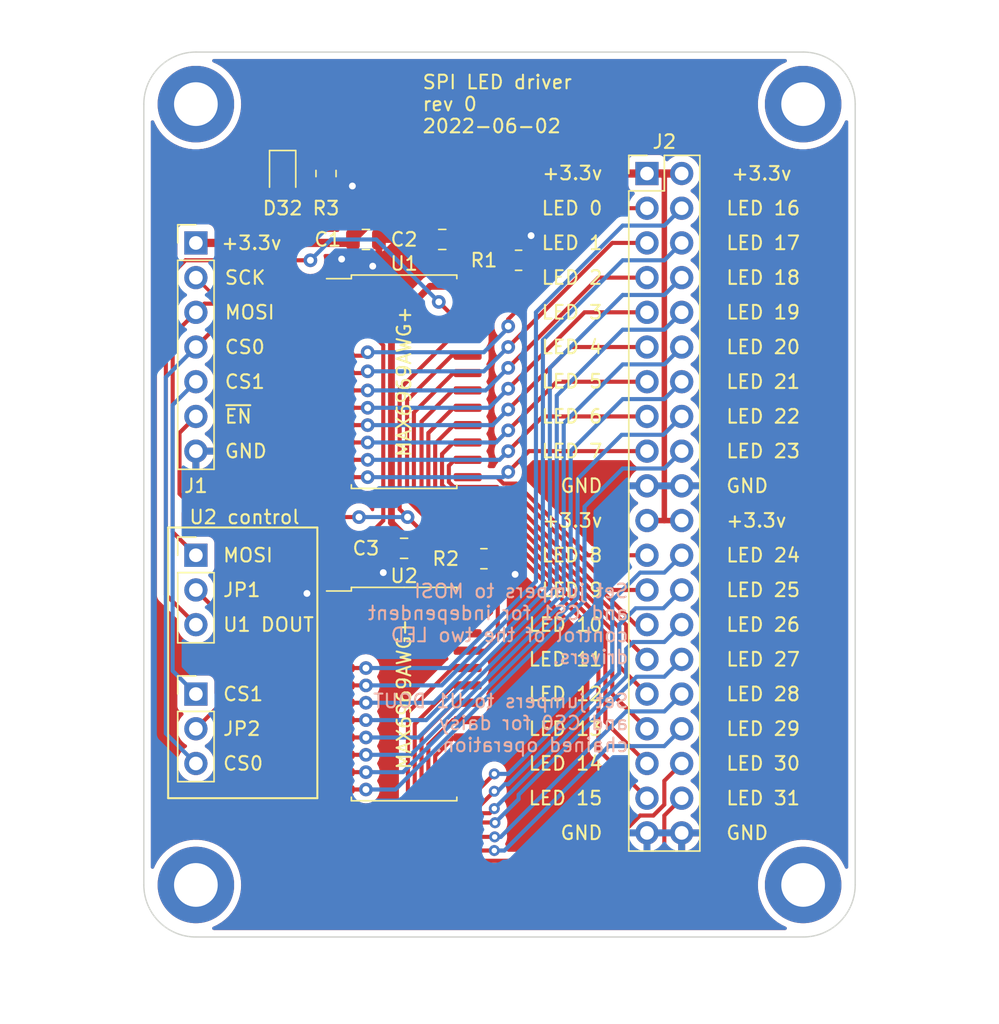
<source format=kicad_pcb>
(kicad_pcb (version 20211014) (generator pcbnew)
  (title_block (title "LED Breakout Board") (date "2022-06-02") (rev "0") (comment 2 "SPI LED Drivers") (comment 3 "Breakout board for prototyping hardware") (comment 4 "Drawn by: Jordan Aceto"))
  (layers (0 "F.Cu" signal) (31 "B.Cu" signal) (34 "B.Paste" user) (35 "F.Paste" user) (36 "B.SilkS" user "B.Silkscreen") (37 "F.SilkS" user "F.Silkscreen") (38 "B.Mask" user) (39 "F.Mask" user) (44 "Edge.Cuts" user))
  (net 0 "")
  (net 1 "/LED0")
  (net 2 "Net-(JP1-Pad2)")
  (net 3 "Net-(JP2-Pad2)")
  (net 4 "/LED1")
  (net 5 "/LED2")
  (net 6 "/LED3")
  (net 7 "/LED4")
  (net 8 "/LED5")
  (net 9 "/LED6")
  (net 10 "/LED7")
  (net 11 "/LED8")
  (net 12 "/LED9")
  (net 13 "/LED10")
  (net 14 "/LED11")
  (net 15 "/LED12")
  (net 16 "/LED13")
  (net 17 "/LED14")
  (net 18 "/LED15")
  (net 19 "/LED16")
  (net 20 "/LED17")
  (net 21 "/LED18")
  (net 22 "/LED19")
  (net 23 "/LED20")
  (net 24 "/LED21")
  (net 25 "/LED22")
  (net 26 "/LED23")
  (net 27 "/LED24")
  (net 28 "/LED25")
  (net 29 "/LED26")
  (net 30 "/LED27")
  (net 31 "/LED28")
  (net 32 "/LED29")
  (net 33 "/LED30")
  (net 34 "+3.3V")
  (net 35 "/LED31")
  (net 36 "Net-(D32-Pad1)")
  (net 37 "/SPI.SCLK")
  (net 38 "GND")
  (net 39 "/SPI.MOSI")
  (net 40 "/SPI.CS0")
  (net 41 "/~{ENABLE}")
  (net 42 "Net-(R1-Pad1)")
  (net 43 "Net-(R2-Pad1)")
  (net 44 "/U1_DOUT")
  (net 46 "/SPI.CS1")
  (footprint "Capacitor_SMD:C_0805_2012Metric" (layer "F.Cu") (at 147.413032 78.196979 180)
    (fp_text reference "C2")
    (fp_text value "100n")
  )
  (footprint "Resistor_SMD:R_0805_2012Metric" (layer "F.Cu") (at 153.001032 79.720979)
    (fp_text reference "R1")
    (fp_text value "R_led")
  )
  (footprint "MountingHole:MountingHole_3.2mm_M3_DIN965_Pad" (layer "F.Cu") (at 129.379032 125.440979)
    (fp_text reference "REF**" hide)
    (fp_text value "MountingHole_3.2mm_M3_DIN965_Pad")
  )
  (footprint "Connector_PinHeader_2.54mm:PinHeader_2x20_P2.54mm_Vertical" (layer "F.Cu") (at 162.399032 73.370979)
    (fp_text reference "J2")
    (fp_text value "LED_header")
  )
  (footprint "MountingHole:MountingHole_3.2mm_M3_DIN965_Pad" (layer "F.Cu") (at 173.829032 68.290979)
    (fp_text reference "REF**" hide)
    (fp_text value "MountingHole_3.2mm_M3_DIN965_Pad")
  )
  (footprint "Connector_PinHeader_2.54mm:PinHeader_1x07_P2.54mm_Vertical" (layer "F.Cu") (at 129.379032 78.450979)
    (fp_text reference "J1")
    (fp_text value "rpi_port")
  )
  (footprint "MountingHole:MountingHole_3.2mm_M3_DIN965_Pad" (layer "F.Cu") (at 173.829032 125.440979)
    (fp_text reference "REF**" hide)
    (fp_text value "MountingHole_3.2mm_M3_DIN965_Pad")
  )
  (footprint "Connector_PinHeader_2.54mm:PinHeader_1x03_P2.54mm_Vertical" (layer "F.Cu") (at 129.379032 101.310979)
    (fp_text reference "JP1")
    (fp_text value "U2_data_select")
  )
  (footprint "Capacitor_SMD:C_0805_2012Metric" (layer "F.Cu") (at 144.619032 100.802979 180)
    (fp_text reference "C3")
    (fp_text value "100n")
  )
  (footprint "Capacitor_SMD:C_0805_2012Metric" (layer "F.Cu") (at 141.825032 78.196979)
    (fp_text reference "C1")
    (fp_text value "10u")
  )
  (footprint "Package_SO:SOIC-24W_7.5x15.4mm_P1.27mm" (layer "F.Cu") (at 144.619032 88.610979)
    (fp_text reference "U1")
    (fp_text value "MAX6969AWG+")
  )
  (footprint "Package_SO:SOIC-24W_7.5x15.4mm_P1.27mm" (layer "F.Cu") (at 144.619032 111.470979)
    (fp_text reference "U2")
    (fp_text value "MAX6969AWG+")
  )
  (footprint "Resistor_SMD:R_0805_2012Metric" (layer "F.Cu") (at 138.904032 73.370979 -90)
    (fp_text reference "R3")
    (fp_text value "10k")
  )
  (footprint "LED_SMD:LED_0805_2012Metric" (layer "F.Cu") (at 135.729032 73.370979 -90)
    (fp_text reference "D32")
    (fp_text value "LED")
  )
  (footprint "Resistor_SMD:R_0805_2012Metric" (layer "F.Cu") (at 150.461032 101.564979)
    (fp_text reference "R2")
    (fp_text value "R_led")
  )
  (footprint "Connector_PinHeader_2.54mm:PinHeader_1x03_P2.54mm_Vertical" (layer "F.Cu") (at 129.379032 111.470979)
    (fp_text reference "JP2")
    (fp_text value "U2_CS_select")
  )
  (footprint "MountingHole:MountingHole_3.2mm_M3_DIN965_Pad" (layer "F.Cu") (at 129.379032 68.290979)
    (fp_text reference "REF**" hide)
    (fp_text value "MountingHole_3.2mm_M3_DIN965_Pad")
  )
  (gr_line (start 138.269032 99.278979) (end 138.269032 119.090979) (layer "F.SilkS") (width 0.15))
  (gr_line (start 127.347032 99.278979) (end 138.269032 99.278979) (layer "F.SilkS") (width 0.15))
  (gr_line (start 127.347032 119.090979) (end 127.347032 99.278979) (layer "F.SilkS") (width 0.15))
  (gr_line (start 138.269032 119.090979) (end 127.347032 119.090979) (layer "F.SilkS") (width 0.15))
  (gr_arc (start 173.829032 64.480979) (mid 176.523109 65.596902) (end 177.639032 68.290979) (layer "Edge.Cuts") (width 0.1))
  (gr_line (start 129.379029 129.250976) (end 173.82903 129.250977) (layer "Edge.Cuts") (width 0.1))
  (gr_line (start 125.569029 125.440976) (end 125.569031 68.290978) (layer "Edge.Cuts") (width 0.1))
  (gr_arc (start 177.639029 125.440979) (mid 176.523106 128.135054) (end 173.82903 129.250977) (layer "Edge.Cuts") (width 0.1))
  (gr_line (start 177.639029 125.440979) (end 177.639032 68.290979) (layer "Edge.Cuts") (width 0.1))
  (gr_arc (start 129.379029 129.250976) (mid 126.684955 128.135052) (end 125.569029 125.440976) (layer "Edge.Cuts") (width 0.1))
  (gr_arc (start 125.569031 68.290978) (mid 126.684954 65.596901) (end 129.379031 64.480978) (layer "Edge.Cuts") (width 0.1))
  (gr_line (start 129.379031 64.480979) (end 173.829032 64.48098) (layer "Edge.Cuts") (width 0.1))
  (gr_text "Set jumpers to MOSI\nand CS1 for independent\ncontrol of the two LED\ndrivers.\n\nSet jumpers to U1 DOUT\nand CS0 for daisy\nchained operation." (at 161.129032 109.565979) (layer "B.SilkS") (effects (font (size 1 1)) (justify left mirror)))
  (gr_text "GND" (at 131.411032 93.690979) (layer "F.SilkS") (effects (font (size 1 1)) (justify left)))
  (gr_text "+3.3v" (at 168.495032 73.370979) (layer "F.SilkS") (effects (font (size 1 1)) (justify left)))
  (gr_text "+3.3v" (at 159.224032 73.340979) (layer "F.SilkS") (effects (font (size 1 1)) (justify right)))
  (gr_text "LED 16" (at 168.114032 75.910979) (layer "F.SilkS") (effects (font (size 1 1)) (justify left)))
  (gr_text "~{EN}" (at 131.411032 91.150979) (layer "F.SilkS") (effects (font (size 1 1)) (justify left)))
  (gr_text "CS0" (at 131.284032 116.550979) (layer "F.SilkS") (effects (font (size 1 1)) (justify left)))
  (gr_text "+3.3v" (at 168.114032 98.770979) (layer "F.SilkS") (effects (font (size 1 1)) (justify left)))
  (gr_text "MOSI" (at 131.411032 83.530979) (layer "F.SilkS") (effects (font (size 1 1)) (justify left)))
  (gr_text "GND" (at 159.224032 121.630979) (layer "F.SilkS") (effects (font (size 1 1)) (justify right)))
  (gr_text "+3.3v" (at 159.224032 98.770979) (layer "F.SilkS") (effects (font (size 1 1)) (justify right)))
  (gr_text "LED 13" (at 159.224032 114.010979) (layer "F.SilkS") (effects (font (size 1 1)) (justify right)))
  (gr_text "SCK" (at 131.411032 80.990979) (layer "F.SilkS") (effects (font (size 1 1)) (justify left)))
  (gr_text "U2 control" (at 132.935032 98.516979) (layer "F.SilkS") (effects (font (size 1 1))))
  (gr_text "LED 21" (at 168.114032 88.610979) (layer "F.SilkS") (effects (font (size 1 1)) (justify left)))
  (gr_text "LED 4" (at 159.224032 86.070979) (layer "F.SilkS") (effects (font (size 1 1)) (justify right)))
  (gr_text "MAX6969AWG+" (at 144.619032 111.470979 90) (layer "F.SilkS") (effects (font (size 1 1))))
  (gr_text "SPI LED driver\nrev 0\n2022-06-02" (at 145.889032 68.290979) (layer "F.SilkS") (effects (font (size 1 1)) (justify left)))
  (gr_text "LED 0" (at 159.224032 75.910979) (layer "F.SilkS") (effects (font (size 1 1)) (justify right)))
  (gr_text "U1 DOUT" (at 131.284032 106.390979) (layer "F.SilkS") (effects (font (size 1 1)) (justify left)))
  (gr_text "LED 15" (at 159.224032 119.090979) (layer "F.SilkS") (effects (font (size 1 1)) (justify right)))
  (gr_text "LED 18" (at 168.114032 80.990979) (layer "F.SilkS") (effects (font (size 1 1)) (justify left)))
  (gr_text "LED 7" (at 159.224032 93.690979) (layer "F.SilkS") (effects (font (size 1 1)) (justify right)))
  (gr_text "LED 22" (at 168.114032 91.150979) (layer "F.SilkS") (effects (font (size 1 1)) (justify left)))
  (gr_text "LED 5" (at 159.224032 88.582116) (layer "F.SilkS") (effects (font (size 1 1)) (justify right)))
  (gr_text "GND" (at 168.114032 121.630979) (layer "F.SilkS") (effects (font (size 1 1)) (justify left)))
  (gr_text "CS1" (at 131.411032 88.610979) (layer "F.SilkS") (effects (font (size 1 1)) (justify left)))
  (gr_text "LED 24" (at 168.114032 101.310979) (layer "F.SilkS") (effects (font (size 1 1)) (justify left)))
  (gr_text "LED 8" (at 159.224032 101.310979) (layer "F.SilkS") (effects (font (size 1 1)) (justify right)))
  (gr_text "LED 28" (at 168.114032 111.470979) (layer "F.SilkS") (effects (font (size 1 1)) (justify left)))
  (gr_text "LED 9" (at 159.224032 103.850979) (layer "F.SilkS") (effects (font (size 1 1)) (justify right)))
  (gr_text "LED 19" (at 168.114032 83.530979) (layer "F.SilkS") (effects (font (size 1 1)) (justify left)))
  (gr_text "LED 23" (at 168.114032 93.690979) (layer "F.SilkS") (effects (font (size 1 1)) (justify left)))
  (gr_text "CS1" (at 131.284032 111.470979) (layer "F.SilkS") (effects (font (size 1 1)) (justify left)))
  (gr_text "LED 27" (at 168.114032 108.930979) (layer "F.SilkS") (effects (font (size 1 1)) (justify left)))
  (gr_text "LED 12" (at 159.224032 111.470979) (layer "F.SilkS") (effects (font (size 1 1)) (justify right)))
  (gr_text "CS0" (at 131.411032 86.070979) (layer "F.SilkS") (effects (font (size 1 1)) (justify left)))
  (gr_text "GND" (at 168.114032 96.230979) (layer "F.SilkS") (effects (font (size 1 1)) (justify left)))
  (gr_text "LED 29" (at 168.114032 114.010979) (layer "F.SilkS") (effects (font (size 1 1)) (justify left)))
  (gr_text "LED 11" (at 159.224032 108.930979) (layer "F.SilkS") (effects (font (size 1 1)) (justify right)))
  (gr_text "LED 2" (at 159.224032 80.990979) (layer "F.SilkS") (effects (font (size 1 1)) (justify right)))
  (gr_text "LED 1" (at 159.224032 78.450979) (layer "F.SilkS") (effects (font (size 1 1)) (justify right)))
  (gr_text "MOSI" (at 131.284032 101.310979) (layer "F.SilkS") (effects (font (size 1 1)) (justify left)))
  (gr_text "LED 17" (at 168.114032 78.450979) (layer "F.SilkS") (effects (font (size 1 1)) (justify left)))
  (gr_text "LED 20" (at 168.114032 86.070979) (layer "F.SilkS") (effects (font (size 1 1)) (justify left)))
  (gr_text "+3.3v" (at 131.157032 78.450979) (layer "F.SilkS") (effects (font (size 1 1)) (justify left)))
  (gr_text "LED 10" (at 159.224032 106.390979) (layer "F.SilkS") (effects (font (size 1 1)) (justify right)))
  (gr_text "MAX6969AWG+" (at 144.619032 88.610979 90) (layer "F.SilkS") (effects (font (size 1 1))))
  (gr_text "LED 6" (at 159.224032 91.150979) (layer "F.SilkS") (effects (font (size 1 1)) (justify right)))
  (gr_text "LED 26" (at 168.114032 106.390979) (layer "F.SilkS") (effects (font (size 1 1)) (justify left)))
  (gr_text "LED 25" (at 168.114032 103.850979) (layer "F.SilkS") (effects (font (size 1 1)) (justify left)))
  (gr_text "LED 14" (at 159.224032 116.550979) (layer "F.SilkS") (effects (font (size 1 1)) (justify right)))
  (gr_text "LED 3" (at 159.224032 83.530979) (layer "F.SilkS") (effects (font (size 1 1)) (justify right)))
  (gr_text "LED 30" (at 168.114032 116.550979) (layer "F.SilkS") (effects (font (size 1 1)) (justify left)))
  (gr_text "LED 31" (at 168.114032 119.090979) (layer "F.SilkS") (effects (font (size 1 1)) (justify left)))
  (gr_text "GND" (at 159.224032 96.230979) (layer "F.SilkS") (effects (font (size 1 1)) (justify right)))
  (segment (start 160.367032 75.910979) (end 152.239032 84.038979) (width 0.3) (layer "F.Cu") (net 1))
  (segment (start 162.399032 75.910979) (end 160.367032 75.910979) (width 0.3) (layer "F.Cu") (net 1))
  (segment (start 152.239032 84.038979) (end 152.239032 84.546979) (width 0.3) (layer "F.Cu") (net 1))
  (segment (start 139.969032 86.705979) (end 141.698032 86.705979) (width 0.3) (layer "F.Cu") (net 1))
  (segment (start 141.698032 86.705979) (end 141.952032 86.451979) (width 0.3) (layer "F.Cu") (net 1))
  (via (at 152.239032 84.546979) (size 1) (drill 0.5) (layers "F.Cu" "B.Cu") (net 1))
  (via (at 141.952032 86.451979) (size 1) (drill 0.5) (layers "F.Cu" "B.Cu") (net 1))
  (segment (start 152.239032 84.673979) (end 152.239032 84.546979) (width 0.3) (layer "B.Cu") (net 1))
  (segment (start 150.461032 86.451979) (end 152.239032 84.673979) (width 0.3) (layer "B.Cu") (net 1))
  (segment (start 141.952032 86.451979) (end 150.461032 86.451979) (width 0.3) (layer "B.Cu") (net 1))
  (segment (start 139.969032 105.755979) (end 131.284032 105.755979) (width 0.3) (layer "F.Cu") (net 2))
  (segment (start 131.284032 105.755979) (end 129.379032 103.850979) (width 0.3) (layer "F.Cu") (net 2))
  (segment (start 135.094032 108.295979) (end 129.379032 114.010979) (width 0.3) (layer "F.Cu") (net 3))
  (segment (start 139.969032 108.295979) (end 135.094032 108.295979) (width 0.3) (layer "F.Cu") (net 3))
  (segment (start 139.969032 87.975979) (end 141.825032 87.975979) (width 0.3) (layer "F.Cu") (net 4))
  (segment (start 162.399032 78.450979) (end 159.859032 78.450979) (width 0.3) (layer "F.Cu") (net 4))
  (segment (start 141.825032 87.975979) (end 141.952032 87.848979) (width 0.3) (layer "F.Cu") (net 4))
  (segment (start 159.859032 78.450979) (end 152.239032 86.070979) (width 0.3) (layer "F.Cu") (net 4))
  (via (at 141.952032 87.848979) (size 1) (drill 0.5) (layers "F.Cu" "B.Cu") (net 4))
  (via (at 152.239032 86.070979) (size 1) (drill 0.5) (layers "F.Cu" "B.Cu") (net 4))
  (segment (start 141.952032 87.848979) (end 150.461032 87.848979) (width 0.3) (layer "B.Cu") (net 4))
  (segment (start 150.461032 87.848979) (end 152.239032 86.070979) (width 0.3) (layer "B.Cu") (net 4))
  (segment (start 139.969032 89.245979) (end 141.952032 89.245979) (width 0.3) (layer "F.Cu") (net 5))
  (segment (start 158.843032 80.990979) (end 152.239032 87.594979) (width 0.3) (layer "F.Cu") (net 5))
  (segment (start 162.399032 80.990979) (end 158.843032 80.990979) (width 0.3) (layer "F.Cu") (net 5))
  (via (at 141.952032 89.245979) (size 1) (drill 0.5) (layers "F.Cu" "B.Cu") (net 5))
  (via (at 152.239032 87.594979) (size 1) (drill 0.5) (layers "F.Cu" "B.Cu") (net 5))
  (segment (start 150.588032 89.245979) (end 152.239032 87.594979) (width 0.3) (layer "B.Cu") (net 5))
  (segment (start 141.952032 89.245979) (end 150.588032 89.245979) (width 0.3) (layer "B.Cu") (net 5))
  (segment (start 162.399032 83.530979) (end 157.827032 83.530979) (width 0.3) (layer "F.Cu") (net 6))
  (segment (start 157.827032 83.530979) (end 152.239032 89.118979) (width 0.3) (layer "F.Cu") (net 6))
  (segment (start 139.969032 90.515979) (end 141.952032 90.515979) (width 0.3) (layer "F.Cu") (net 6))
  (via (at 141.952032 90.515979) (size 1) (drill 0.5) (layers "F.Cu" "B.Cu") (net 6))
  (via (at 152.239032 89.118979) (size 1) (drill 0.5) (layers "F.Cu" "B.Cu") (net 6))
  (segment (start 150.842032 90.515979) (end 152.239032 89.118979) (width 0.3) (layer "B.Cu") (net 6))
  (segment (start 141.952032 90.515979) (end 150.842032 90.515979) (width 0.3) (layer "B.Cu") (net 6))
  (segment (start 162.399032 86.070979) (end 156.811032 86.070979) (width 0.3) (layer "F.Cu") (net 7))
  (segment (start 139.969032 91.785979) (end 141.952032 91.785979) (width 0.3) (layer "F.Cu") (net 7))
  (segment (start 156.811032 86.070979) (end 152.239032 90.642979) (width 0.3) (layer "F.Cu") (net 7))
  (via (at 141.952032 91.785979) (size 1) (drill 0.5) (layers "F.Cu" "B.Cu") (net 7))
  (via (at 152.239032 90.642979) (size 1) (drill 0.5) (layers "F.Cu" "B.Cu") (net 7))
  (segment (start 151.096032 91.785979) (end 152.239032 90.642979) (width 0.3) (layer "B.Cu") (net 7))
  (segment (start 141.952032 91.785979) (end 151.096032 91.785979) (width 0.3) (layer "B.Cu") (net 7))
  (segment (start 162.399032 88.610979) (end 155.795032 88.610979) (width 0.3) (layer "F.Cu") (net 8))
  (segment (start 155.795032 88.610979) (end 152.239032 92.166979) (width 0.3) (layer "F.Cu") (net 8))
  (segment (start 139.969032 93.055979) (end 141.952032 93.055979) (width 0.3) (layer "F.Cu") (net 8))
  (via (at 141.952032 93.055979) (size 1) (drill 0.5) (layers "F.Cu" "B.Cu") (net 8))
  (via (at 152.239032 92.166979) (size 1) (drill 0.5) (layers "F.Cu" "B.Cu") (net 8))
  (segment (start 151.350032 93.055979) (end 152.239032 92.166979) (width 0.3) (layer "B.Cu") (net 8))
  (segment (start 141.952032 93.055979) (end 151.350032 93.055979) (width 0.3) (layer "B.Cu") (net 8))
  (segment (start 162.399032 91.150979) (end 154.779032 91.150979) (width 0.3) (layer "F.Cu") (net 9))
  (segment (start 154.779032 91.150979) (end 152.239032 93.690979) (width 0.3) (layer "F.Cu") (net 9))
  (segment (start 139.969032 94.325979) (end 141.952032 94.325979) (width 0.3) (layer "F.Cu") (net 9))
  (via (at 141.952032 94.325979) (size 1) (drill 0.5) (layers "F.Cu" "B.Cu") (net 9))
  (via (at 152.239032 93.690979) (size 1) (drill 0.5) (layers "F.Cu" "B.Cu") (net 9))
  (segment (start 141.952032 94.325979) (end 151.604032 94.325979) (width 0.3) (layer "B.Cu") (net 9))
  (segment (start 151.604032 94.325979) (end 152.239032 93.690979) (width 0.3) (layer "B.Cu") (net 9))
  (segment (start 153.763032 93.690979) (end 152.239032 95.214979) (width 0.3) (layer "F.Cu") (net 10))
  (segment (start 162.399032 93.690979) (end 153.763032 93.690979) (width 0.3) (layer "F.Cu") (net 10))
  (segment (start 139.969032 95.595979) (end 141.952032 95.595979) (width 0.3) (layer "F.Cu") (net 10))
  (via (at 141.952032 95.595979) (size 1) (drill 0.5) (layers "F.Cu" "B.Cu") (net 10))
  (via (at 152.239032 95.214979) (size 1) (drill 0.5) (layers "F.Cu" "B.Cu") (net 10))
  (segment (start 141.952032 95.595979) (end 151.858032 95.595979) (width 0.3) (layer "B.Cu") (net 10))
  (segment (start 151.858032 95.595979) (end 152.239032 95.214979) (width 0.3) (layer "B.Cu") (net 10))
  (segment (start 152.834533 96.06448) (end 158.081032 101.310979) (width 0.3) (layer "F.Cu") (net 11))
  (segment (start 151.418655 95.595979) (end 151.887156 96.06448) (width 0.3) (layer "F.Cu") (net 11))
  (segment (start 149.269032 95.595979) (end 151.418655 95.595979) (width 0.3) (layer "F.Cu") (net 11))
  (segment (start 158.081032 101.310979) (end 162.399032 101.310979) (width 0.3) (layer "F.Cu") (net 11))
  (segment (start 151.887156 96.06448) (end 152.834533 96.06448) (width 0.3) (layer "F.Cu") (net 11))
  (segment (start 147.894512 95.952886) (end 148.251617 96.309991) (width 0.3) (layer "F.Cu") (net 12))
  (segment (start 151.680252 96.563991) (end 152.627628 96.563991) (width 0.3) (layer "F.Cu") (net 12))
  (segment (start 159.914616 103.850979) (end 162.399032 103.850979) (width 0.3) (layer "F.Cu") (net 12))
  (segment (start 152.627628 96.563991) (end 159.914616 103.850979) (width 0.3) (layer "F.Cu") (net 12))
  (segment (start 151.426251 96.309991) (end 151.680252 96.563991) (width 0.3) (layer "F.Cu") (net 12))
  (segment (start 148.327432 94.325979) (end 147.894512 94.758899) (width 0.3) (layer "F.Cu") (net 12))
  (segment (start 149.269032 94.325979) (end 148.327432 94.325979) (width 0.3) (layer "F.Cu") (net 12))
  (segment (start 147.894512 94.758899) (end 147.894512 95.952886) (width 0.3) (layer "F.Cu") (net 12))
  (segment (start 148.251617 96.309991) (end 151.426251 96.309991) (width 0.3) (layer "F.Cu") (net 12))
  (segment (start 149.269032 93.055979) (end 148.244021 93.055979) (width 0.3) (layer "F.Cu") (net 13))
  (segment (start 148.044712 96.809502) (end 151.219347 96.809502) (width 0.3) (layer "F.Cu") (net 13))
  (segment (start 148.244021 93.055979) (end 147.395001 93.904999) (width 0.3) (layer "F.Cu") (net 13))
  (segment (start 151.219347 96.809502) (end 151.473346 97.063502) (width 0.3) (layer "F.Cu") (net 13))
  (segment (start 147.395001 93.904999) (end 147.395001 96.15979) (width 0.3) (layer "F.Cu") (net 13))
  (segment (start 161.562823 106.390979) (end 162.399032 106.390979) (width 0.3) (layer "F.Cu") (net 13))
  (segment (start 152.235346 97.063502) (end 161.562823 106.390979) (width 0.3) (layer "F.Cu") (net 13))
  (segment (start 147.395001 96.15979) (end 148.044712 96.809502) (width 0.3) (layer "F.Cu") (net 13))
  (segment (start 151.473346 97.063502) (end 152.235346 97.063502) (width 0.3) (layer "F.Cu") (net 13))
  (segment (start 147.837807 97.309012) (end 146.89549 96.366694) (width 0.3) (layer "F.Cu") (net 14))
  (segment (start 151.012442 97.309013) (end 147.837807 97.309012) (width 0.3) (layer "F.Cu") (net 14))
  (segment (start 151.266441 97.563013) (end 151.012442 97.309013) (width 0.3) (layer "F.Cu") (net 14))
  (segment (start 146.89549 93.141721) (end 148.251232 91.785979) (width 0.3) (layer "F.Cu") (net 14))
  (segment (start 160.875032 106.409604) (end 152.028441 97.563013) (width 0.3) (layer "F.Cu") (net 14))
  (segment (start 152.028441 97.563013) (end 151.266441 97.563013) (width 0.3) (layer "F.Cu") (net 14))
  (segment (start 148.251232 91.785979) (end 149.269032 91.785979) (width 0.3) (layer "F.Cu") (net 14))
  (segment (start 162.399032 108.930979) (end 160.875032 107.406979) (width 0.3) (layer "F.Cu") (net 14))
  (segment (start 160.875032 107.406979) (end 160.875032 106.409604) (width 0.3) (layer "F.Cu") (net 14))
  (segment (start 146.89549 96.366694) (end 146.89549 93.141721) (width 0.3) (layer "F.Cu") (net 14))
  (segment (start 146.395979 92.364021) (end 148.244021 90.515979) (width 0.3) (layer "F.Cu") (net 15))
  (segment (start 160.367032 106.60802) (end 151.821536 98.062524) (width 0.3) (layer "F.Cu") (net 15))
  (segment (start 160.367032 109.438979) (end 160.367032 106.60802) (width 0.3) (layer "F.Cu") (net 15))
  (segment (start 146.395979 96.573598) (end 146.395979 92.364021) (width 0.3) (layer "F.Cu") (net 15))
  (segment (start 150.805537 97.808524) (end 147.630902 97.808522) (width 0.3) (layer "F.Cu") (net 15))
  (segment (start 147.630902 97.808522) (end 146.395979 96.573598) (width 0.3) (layer "F.Cu") (net 15))
  (segment (start 151.821536 98.062524) (end 151.059536 98.062524) (width 0.3) (layer "F.Cu") (net 15))
  (segment (start 148.244021 90.515979) (end 149.269032 90.515979) (width 0.3) (layer "F.Cu") (net 15))
  (segment (start 162.399032 111.470979) (end 160.367032 109.438979) (width 0.3) (layer "F.Cu") (net 15))
  (segment (start 151.059536 98.062524) (end 150.805537 97.808524) (width 0.3) (layer "F.Cu") (net 15))
  (segment (start 145.896468 91.524543) (end 145.896468 96.780502) (width 0.3) (layer "F.Cu") (net 16))
  (segment (start 151.614631 98.562035) (end 159.859032 106.806436) (width 0.3) (layer "F.Cu") (net 16))
  (segment (start 145.896468 96.780502) (end 147.424001 98.308035) (width 0.3) (layer "F.Cu") (net 16))
  (segment (start 159.859032 111.470979) (end 162.399032 114.010979) (width 0.3) (layer "F.Cu") (net 16))
  (segment (start 147.424001 98.308035) (end 150.598632 98.308035) (width 0.3) (layer "F.Cu") (net 16))
  (segment (start 148.175032 89.245979) (end 145.896468 91.524543) (width 0.3) (layer "F.Cu") (net 16))
  (segment (start 150.852632 98.562035) (end 151.614631 98.562035) (width 0.3) (layer "F.Cu") (net 16))
  (segment (start 150.598632 98.308035) (end 150.852632 98.562035) (width 0.3) (layer "F.Cu") (net 16))
  (segment (start 159.859032 106.806436) (end 159.859032 111.470979) (width 0.3) (layer "F.Cu") (net 16))
  (segment (start 149.269032 89.245979) (end 148.175032 89.245979) (width 0.3) (layer "F.Cu") (net 16))
  (segment (start 145.337054 96.949001) (end 145.337054 90.864757) (width 0.3) (layer "F.Cu") (net 17))
  (segment (start 150.391727 98.807546) (end 147.195599 98.807546) (width 0.3) (layer "F.Cu") (net 17))
  (segment (start 147.195599 98.807546) (end 145.337054 96.949001) (width 0.3) (layer "F.Cu") (net 17))
  (segment (start 145.337054 90.864757) (end 148.225832 87.975979) (width 0.3) (layer "F.Cu") (net 17))
  (segment (start 150.645727 99.061546) (end 150.391727 98.807546) (width 0.3) (layer "F.Cu") (net 17))
  (segment (start 151.407726 99.061546) (end 150.645727 99.061546) (width 0.3) (layer "F.Cu") (net 17))
  (segment (start 148.225832 87.975979) (end 149.269032 87.975979) (width 0.3) (layer "F.Cu") (net 17))
  (segment (start 159.351032 113.502979) (end 159.351032 107.004852) (width 0.3) (layer "F.Cu") (net 17))
  (segment (start 162.399032 116.550979) (end 159.351032 113.502979) (width 0.3) (layer "F.Cu") (net 17))
  (segment (start 159.351032 107.004852) (end 151.407726 99.061546) (width 0.3) (layer "F.Cu") (net 17))
  (segment (start 144.837543 97.21149) (end 144.837543 89.967268) (width 0.3) (layer "F.Cu") (net 18))
  (segment (start 144.837543 89.967268) (end 148.098832 86.705979) (width 0.3) (layer "F.Cu") (net 18))
  (segment (start 151.200821 99.561057) (end 150.438822 99.561057) (width 0.3) (layer "F.Cu") (net 18))
  (segment (start 150.207545 99.329779) (end 146.955832 99.329779) (width 0.3) (layer "F.Cu") (net 18))
  (segment (start 146.955832 99.329779) (end 144.837543 97.21149) (width 0.3) (layer "F.Cu") (net 18))
  (segment (start 148.098832 86.705979) (end 149.269032 86.705979) (width 0.3) (layer "F.Cu") (net 18))
  (segment (start 162.399032 119.090979) (end 158.843032 115.534979) (width 0.3) (layer "F.Cu") (net 18))
  (segment (start 158.843032 107.203268) (end 151.200821 99.561057) (width 0.3) (layer "F.Cu") (net 18))
  (segment (start 158.843032 115.534979) (end 158.843032 107.203268) (width 0.3) (layer "F.Cu") (net 18))
  (segment (start 150.438822 99.561057) (end 150.207545 99.329779) (width 0.3) (layer "F.Cu") (net 18))
  (segment (start 139.969032 109.565979) (end 141.825032 109.565979) (width 0.3) (layer "F.Cu") (net 19))
  (via (at 141.825032 109.565979) (size 1) (drill 0.5) (layers "F.Cu" "B.Cu") (net 19))
  (segment (start 147.92912 109.565979) (end 154.271032 103.224067) (width 0.3) (layer "B.Cu") (net 19))
  (segment (start 163.669032 77.180979) (end 164.939032 75.910979) (width 0.3) (layer "B.Cu") (net 19))
  (segment (start 160.621032 77.180979) (end 163.669032 77.180979) (width 0.3) (layer "B.Cu") (net 19))
  (segment (start 154.271032 103.224067) (end 154.271032 83.530979) (width 0.3) (layer "B.Cu") (net 19))
  (segment (start 154.271032 83.530979) (end 160.621032 77.180979) (width 0.3) (layer "B.Cu") (net 19))
  (segment (start 141.825032 109.565979) (end 147.92912 109.565979) (width 0.3) (layer "B.Cu") (net 19))
  (segment (start 139.969032 110.835979) (end 141.825032 110.835979) (width 0.3) (layer "F.Cu") (net 20))
  (via (at 141.825032 110.835979) (size 1) (drill 0.5) (layers "F.Cu" "B.Cu") (net 20))
  (segment (start 160.621032 79.720979) (end 163.669032 79.720979) (width 0.3) (layer "B.Cu") (net 20))
  (segment (start 154.779032 85.562979) (end 160.621032 79.720979) (width 0.3) (layer "B.Cu") (net 20))
  (segment (start 147.365536 110.835979) (end 154.779032 103.422483) (width 0.3) (layer "B.Cu") (net 20))
  (segment (start 154.779032 103.422483) (end 154.779032 85.562979) (width 0.3) (layer "B.Cu") (net 20))
  (segment (start 141.825032 110.835979) (end 147.365536 110.835979) (width 0.3) (layer "B.Cu") (net 20))
  (segment (start 163.669032 79.720979) (end 164.939032 78.450979) (width 0.3) (layer "B.Cu") (net 20))
  (segment (start 139.969032 112.105979) (end 141.825032 112.105979) (width 0.3) (layer "F.Cu") (net 21))
  (via (at 141.825032 112.105979) (size 1) (drill 0.5) (layers "F.Cu" "B.Cu") (net 21))
  (segment (start 155.287032 87.594979) (end 160.621032 82.260979) (width 0.3) (layer "B.Cu") (net 21))
  (segment (start 155.295521 103.61241) (end 155.295521 95.903834) (width 0.3) (layer "B.Cu") (net 21))
  (segment (start 141.825032 112.105979) (end 146.801952 112.105979) (width 0.3) (layer "B.Cu") (net 21))
  (segment (start 146.801952 112.105979) (end 155.295521 103.61241) (width 0.3) (layer "B.Cu") (net 21))
  (segment (start 163.669032 82.260979) (end 164.939032 80.990979) (width 0.3) (layer "B.Cu") (net 21))
  (segment (start 155.295521 95.903834) (end 155.287032 95.895345) (width 0.3) (layer "B.Cu") (net 21))
  (segment (start 155.287032 95.895345) (end 155.287032 87.594979) (width 0.3) (layer "B.Cu") (net 21))
  (segment (start 160.621032 82.260979) (end 163.669032 82.260979) (width 0.3) (layer "B.Cu") (net 21))
  (segment (start 139.969032 113.375979) (end 141.825032 113.375979) (width 0.3) (layer "F.Cu") (net 22))
  (via (at 141.825032 113.375979) (size 1) (drill 0.5) (layers "F.Cu" "B.Cu") (net 22))
  (segment (start 146.238368 113.375979) (end 155.795032 103.819315) (width 0.3) (layer "B.Cu") (net 22))
  (segment (start 155.795032 103.819315) (end 155.795032 89.626979) (width 0.3) (layer "B.Cu") (net 22))
  (segment (start 160.621032 84.800979) (end 163.669032 84.800979) (width 0.3) (layer "B.Cu") (net 22))
  (segment (start 163.669032 84.800979) (end 164.939032 83.530979) (width 0.3) (layer "B.Cu") (net 22))
  (segment (start 155.795032 89.626979) (end 160.621032 84.800979) (width 0.3) (layer "B.Cu") (net 22))
  (segment (start 141.825032 113.375979) (end 146.238368 113.375979) (width 0.3) (layer "B.Cu") (net 22))
  (segment (start 139.969032 114.645979) (end 141.825032 114.645979) (width 0.3) (layer "F.Cu") (net 23))
  (via (at 141.825032 114.645979) (size 1) (drill 0.5) (layers "F.Cu" "B.Cu") (net 23))
  (segment (start 163.669032 87.340979) (end 164.939032 86.070979) (width 0.3) (layer "B.Cu") (net 23))
  (segment (start 145.674784 114.645979) (end 156.303032 104.017731) (width 0.3) (layer "B.Cu") (net 23))
  (segment (start 160.621032 87.340979) (end 163.669032 87.340979) (width 0.3) (layer "B.Cu") (net 23))
  (segment (start 141.825032 114.645979) (end 145.674784 114.645979) (width 0.3) (layer "B.Cu") (net 23))
  (segment (start 156.303032 104.017731) (end 156.303032 91.658979) (width 0.3) (layer "B.Cu") (net 23))
  (segment (start 156.303032 91.658979) (end 160.621032 87.340979) (width 0.3) (layer "B.Cu") (net 23))
  (segment (start 139.969032 115.915979) (end 141.825032 115.915979) (width 0.3) (layer "F.Cu") (net 24))
  (via (at 141.825032 115.915979) (size 1) (drill 0.5) (layers "F.Cu" "B.Cu") (net 24))
  (segment (start 156.811032 104.216147) (end 156.811032 93.690979) (width 0.3) (layer "B.Cu") (net 24))
  (segment (start 145.1112 115.915979) (end 156.811032 104.216147) (width 0.3) (layer "B.Cu") (net 24))
  (segment (start 156.811032 93.690979) (end 160.621032 89.880979) (width 0.3) (layer "B.Cu") (net 24))
  (segment (start 160.621032 89.880979) (end 163.669032 89.880979) (width 0.3) (layer "B.Cu") (net 24))
  (segment (start 163.669032 89.880979) (end 164.939032 88.610979) (width 0.3) (layer "B.Cu") (net 24))
  (segment (start 141.825032 115.915979) (end 145.1112 115.915979) (width 0.3) (layer "B.Cu") (net 24))
  (segment (start 139.969032 117.185979) (end 141.825032 117.185979) (width 0.3) (layer "F.Cu") (net 25))
  (via (at 141.825032 117.185979) (size 1) (drill 0.5) (layers "F.Cu" "B.Cu") (net 25))
  (segment (start 144.547616 117.185979) (end 157.319032 104.414563) (width 0.3) (layer "B.Cu") (net 25))
  (segment (start 157.319032 95.722979) (end 160.550543 92.491468) (width 0.3) (layer "B.Cu") (net 25))
  (segment (start 163.598543 92.491468) (end 164.939032 91.150979) (width 0.3) (layer "B.Cu") (net 25))
  (segment (start 157.319032 104.414563) (end 157.319032 95.722979) (width 0.3) (layer "B.Cu") (net 25))
  (segment (start 141.825032 117.185979) (end 144.547616 117.185979) (width 0.3) (layer "B.Cu") (net 25))
  (segment (start 160.550543 92.491468) (end 163.598543 92.491468) (width 0.3) (layer "B.Cu") (net 25))
  (segment (start 139.969032 118.455979) (end 141.825032 118.455979) (width 0.3) (layer "F.Cu") (net 26))
  (via (at 141.825032 118.455979) (size 1) (drill 0.5) (layers "F.Cu" "B.Cu") (net 26))
  (segment (start 163.669032 94.960979) (end 164.939032 93.690979) (width 0.3) (layer "B.Cu") (net 26))
  (segment (start 157.827032 97.754979) (end 160.621032 94.960979) (width 0.3) (layer "B.Cu") (net 26))
  (segment (start 141.825032 118.455979) (end 143.984032 118.455979) (width 0.3) (layer "B.Cu") (net 26))
  (segment (start 143.984032 118.455979) (end 157.827032 104.612979) (width 0.3) (layer "B.Cu") (net 26))
  (segment (start 157.827032 104.612979) (end 157.827032 97.754979) (width 0.3) (layer "B.Cu") (net 26))
  (segment (start 160.621032 94.960979) (end 163.669032 94.960979) (width 0.3) (layer "B.Cu") (net 26))
  (segment (start 150.080032 118.455979) (end 151.223032 117.312979) (width 0.3) (layer "F.Cu") (net 27))
  (segment (start 149.269032 118.455979) (end 150.080032 118.455979) (width 0.3) (layer "F.Cu") (net 27))
  (via (at 151.223032 117.312979) (size 0.8) (drill 0.4) (layers "F.Cu" "B.Cu") (net 27))
  (segment (start 159.859032 104.612979) (end 161.891032 102.580979) (width 0.3) (layer "B.Cu") (net 27))
  (segment (start 152.239032 117.312979) (end 159.859032 109.692979) (width 0.3) (layer "B.Cu") (net 27))
  (segment (start 163.669032 102.580979) (end 164.939032 101.310979) (width 0.3) (layer "B.Cu") (net 27))
  (segment (start 161.891032 102.580979) (end 163.669032 102.580979) (width 0.3) (layer "B.Cu") (net 27))
  (segment (start 159.859032 109.692979) (end 159.859032 104.612979) (width 0.3) (layer "B.Cu") (net 27))
  (segment (start 151.223032 117.312979) (end 152.239032 117.312979) (width 0.3) (layer "B.Cu") (net 27))
  (segment (start 150.113921 119.69209) (end 151.223032 118.582979) (width 0.3) (layer "F.Cu") (net 28))
  (segment (start 149.269032 117.185979) (end 148.175032 117.185979) (width 0.3) (layer "F.Cu") (net 28))
  (segment (start 147.894512 117.466499) (end 147.894512 118.812886) (width 0.3) (layer "F.Cu") (net 28))
  (segment (start 147.894512 118.812886) (end 148.773716 119.69209) (width 0.3) (layer "F.Cu") (net 28))
  (segment (start 148.773716 119.69209) (end 150.113921 119.69209) (width 0.3) (layer "F.Cu") (net 28))
  (segment (start 148.175032 117.185979) (end 147.894512 117.466499) (width 0.3) (layer "F.Cu") (net 28))
  (via (at 151.223032 118.582979) (size 0.8) (drill 0.4) (layers "F.Cu" "B.Cu") (net 28))
  (segment (start 151.477032 118.582979) (end 151.993521 118.06649) (width 0.3) (layer "B.Cu") (net 28))
  (segment (start 161.566543 105.191468) (end 163.598543 105.191468) (width 0.3) (layer "B.Cu") (net 28))
  (segment (start 160.367032 109.946979) (end 160.367032 106.390979) (width 0.3) (layer "B.Cu") (net 28))
  (segment (start 151.223032 118.582979) (end 151.477032 118.582979) (width 0.3) (layer "B.Cu") (net 28))
  (segment (start 163.598543 105.191468) (end 164.939032 103.850979) (width 0.3) (layer "B.Cu") (net 28))
  (segment (start 160.367032 106.390979) (end 161.566543 105.191468) (width 0.3) (layer "B.Cu") (net 28))
  (segment (start 151.993521 118.06649) (end 152.247521 118.06649) (width 0.3) (layer "B.Cu") (net 28))
  (segment (start 152.247521 118.06649) (end 160.367032 109.946979) (width 0.3) (layer "B.Cu") (net 28))
  (segment (start 147.395001 116.74681) (end 147.395001 119.019791) (width 0.3) (layer "F.Cu") (net 29))
  (segment (start 149.269032 115.915979) (end 148.225832 115.915979) (width 0.3) (layer "F.Cu") (net 29))
  (segment (start 150.88441 120.191601) (end 151.223032 119.852979) (width 0.3) (layer "F.Cu") (net 29))
  (segment (start 148.566812 120.191601) (end 150.88441 120.191601) (width 0.3) (layer "F.Cu") (net 29))
  (segment (start 147.395001 119.019791) (end 148.566812 120.191601) (width 0.3) (layer "F.Cu") (net 29))
  (segment (start 148.225832 115.915979) (end 147.395001 116.74681) (width 0.3) (layer "F.Cu") (net 29))
  (via (at 151.223032 119.852979) (size 0.8) (drill 0.4) (layers "F.Cu" "B.Cu") (net 29))
  (segment (start 151.223032 119.852979) (end 160.875032 110.200979) (width 0.3) (layer "B.Cu") (net 29))
  (segment (start 163.669032 107.660979) (end 164.939032 106.390979) (width 0.3) (layer "B.Cu") (net 29))
  (segment (start 160.875032 110.200979) (end 160.875032 108.168979) (width 0.3) (layer "B.Cu") (net 29))
  (segment (start 160.875032 108.168979) (end 161.383032 107.660979) (width 0.3) (layer "B.Cu") (net 29))
  (segment (start 161.383032 107.660979) (end 163.669032 107.660979) (width 0.3) (layer "B.Cu") (net 29))
  (segment (start 149.269032 114.645979) (end 148.251232 114.645979) (width 0.3) (layer "F.Cu") (net 30))
  (segment (start 146.895491 116.00172) (end 146.895491 119.226696) (width 0.3) (layer "F.Cu") (net 30))
  (segment (start 146.895491 119.226696) (end 148.537774 120.868979) (width 0.3) (layer "F.Cu") (net 30))
  (segment (start 151.255514 120.868979) (end 151.274122 120.887587) (width 0.3) (layer "F.Cu") (net 30))
  (segment (start 148.251232 114.645979) (end 146.895491 116.00172) (width 0.3) (layer "F.Cu") (net 30))
  (segment (start 148.537774 120.868979) (end 151.255514 120.868979) (width 0.3) (layer "F.Cu") (net 30))
  (via (at 151.274122 120.887587) (size 0.8) (drill 0.4) (layers "F.Cu" "B.Cu") (net 30))
  (segment (start 163.669032 110.200979) (end 161.637032 110.200979) (width 0.3) (layer "B.Cu") (net 30))
  (segment (start 153.001032 118.836979) (end 153.001032 119.160677) (width 0.3) (layer "B.Cu") (net 30))
  (segment (start 153.001032 119.160677) (end 151.274122 120.887587) (width 0.3) (layer "B.Cu") (net 30))
  (segment (start 161.637032 110.200979) (end 153.001032 118.836979) (width 0.3) (layer "B.Cu") (net 30))
  (segment (start 164.939032 108.930979) (end 163.669032 110.200979) (width 0.3) (layer "B.Cu") (net 30))
  (segment (start 146.395981 119.433601) (end 148.885193 121.922813) (width 0.3) (layer "F.Cu") (net 31))
  (segment (start 149.269032 113.375979) (end 148.200432 113.375979) (width 0.3) (layer "F.Cu") (net 31))
  (segment (start 148.200432 113.375979) (end 146.395981 115.18043) (width 0.3) (layer "F.Cu") (net 31))
  (segment (start 148.885193 121.922813) (end 151.249394 121.922813) (width 0.3) (layer "F.Cu") (net 31))
  (segment (start 146.395981 115.18043) (end 146.395981 119.433601) (width 0.3) (layer "F.Cu") (net 31))
  (via (at 151.249394 121.922813) (size 0.8) (drill 0.4) (layers "F.Cu" "B.Cu") (net 31))
  (segment (start 160.875032 112.740979) (end 151.693198 121.922813) (width 0.3) (layer "B.Cu") (net 31))
  (segment (start 151.693198 121.922813) (end 151.249394 121.922813) (width 0.3) (layer "B.Cu") (net 31))
  (segment (start 164.939032 111.470979) (end 163.669032 112.740979) (width 0.3) (layer "B.Cu") (net 31))
  (segment (start 163.669032 112.740979) (end 160.875032 112.740979) (width 0.3) (layer "B.Cu") (net 31))
  (segment (start 145.896471 119.640506) (end 149.177933 122.921968) (width 0.3) (layer "F.Cu") (net 32))
  (segment (start 149.269032 112.105979) (end 148.251232 112.105979) (width 0.3) (layer "F.Cu") (net 32))
  (segment (start 149.177933 122.921968) (end 151.223032 122.921968) (width 0.3) (layer "F.Cu") (net 32))
  (segment (start 148.251232 112.105979) (end 145.896471 114.46074) (width 0.3) (layer "F.Cu") (net 32))
  (segment (start 145.896471 114.46074) (end 145.896471 119.640506) (width 0.3) (layer "F.Cu") (net 32))
  (via (at 151.223032 122.921968) (size 0.8) (drill 0.4) (layers "F.Cu" "B.Cu") (net 32))
  (segment (start 164.939032 114.010979) (end 163.669032 115.280979) (width 0.3) (layer "B.Cu") (net 32))
  (segment (start 159.605032 115.280979) (end 151.964043 122.921968) (width 0.3) (layer "B.Cu") (net 32))
  (segment (start 163.669032 115.280979) (end 159.605032 115.280979) (width 0.3) (layer "B.Cu") (net 32))
  (segment (start 151.964043 122.921968) (end 151.223032 122.921968) (width 0.3) (layer "B.Cu") (net 32))
  (segment (start 162.866215 120.360979) (end 163.669032 119.558162) (width 0.3) (layer "F.Cu") (net 33))
  (segment (start 161.891032 120.360979) (end 162.866215 120.360979) (width 0.3) (layer "F.Cu") (net 33))
  (segment (start 145.39696 119.847408) (end 149.22102 123.671468) (width 0.3) (layer "F.Cu") (net 33))
  (segment (start 158.580543 123.671468) (end 161.891032 120.360979) (width 0.3) (layer "F.Cu") (net 33))
  (segment (start 145.39696 113.664851) (end 145.39696 119.847408) (width 0.3) (layer "F.Cu") (net 33))
  (segment (start 149.22102 123.671468) (end 158.580543 123.671468) (width 0.3) (layer "F.Cu") (net 33))
  (segment (start 163.669032 117.820979) (end 164.939032 116.550979) (width 0.3) (layer "F.Cu") (net 33))
  (segment (start 149.269032 110.835979) (end 148.225832 110.835979) (width 0.3) (layer "F.Cu") (net 33))
  (segment (start 163.669032 119.558162) (end 163.669032 117.820979) (width 0.3) (layer "F.Cu") (net 33))
  (segment (start 148.225832 110.835979) (end 145.39696 113.664851) (width 0.3) (layer "F.Cu") (net 33))
  (segment (start 162.399032 98.770979) (end 163.669032 98.770979) (width 0.4) (layer "F.Cu") (net 34))
  (segment (start 163.669032 98.770979) (end 163.669032 73.624979) (width 0.4) (layer "F.Cu") (net 34))
  (segment (start 148.363032 73.370979) (end 148.363032 78.196979) (width 0.6) (layer "F.Cu") (net 34))
  (segment (start 149.269032 81.625979) (end 146.524032 81.625979) (width 0.5) (layer "F.Cu") (net 34))
  (segment (start 163.669032 98.770979) (end 164.939032 98.770979) (width 0.4) (layer "F.Cu") (net 34))
  (segment (start 145.508032 100.863979) (end 145.569032 100.802979) (width 0.6) (layer "F.Cu") (net 34))
  (segment (start 145.701032 73.370979) (end 163.415032 73.370979) (width 0.6) (layer "F.Cu") (net 34))
  (segment (start 140.621032 78.450979) (end 140.875032 78.196979) (width 0.6) (layer "F.Cu") (net 34))
  (segment (start 149.269032 104.485979) (end 146.778032 104.485979) (width 0.6) (layer "F.Cu") (net 34))
  (segment (start 146.778032 104.485979) (end 145.508032 103.215979) (width 0.6) (layer "F.Cu") (net 34))
  (segment (start 163.415032 73.370979) (end 164.939032 73.370979) (width 0.6) (layer "F.Cu") (net 34))
  (segment (start 163.669032 73.624979) (end 163.415032 73.370979) (width 0.4) (layer "F.Cu") (net 34))
  (segment (start 148.363032 81.625979) (end 148.363032 78.196979) (width 0.5) (layer "F.Cu") (net 34))
  (segment (start 135.729032 74.308479) (end 135.729032 78.450979) (width 0.3) (layer "F.Cu") (net 34))
  (segment (start 129.379032 78.450979) (end 135.729032 78.450979) (width 0.6) (layer "F.Cu") (net 34))
  (segment (start 146.524032 81.625979) (end 143.694543 84.455468) (width 0.5) (layer "F.Cu") (net 34))
  (segment (start 140.875032 78.196979) (end 145.701032 73.370979) (width 0.6) (layer "F.Cu") (net 34))
  (segment (start 145.508032 103.215979) (end 145.508032 100.863979) (width 0.6) (layer "F.Cu") (net 34))
  (segment (start 143.694543 98.92849) (end 145.569032 100.802979) (width 0.5) (layer "F.Cu") (net 34))
  (segment (start 143.694543 84.455468) (end 143.694543 98.92849) (width 0.5) (layer "F.Cu") (net 34))
  (segment (start 135.729032 78.450979) (end 140.621032 78.450979) (width 0.6) (layer "F.Cu") (net 34))
  (segment (start 163.669032 120.360979) (end 164.939032 119.090979) (width 0.3) (layer "F.Cu") (net 35))
  (segment (start 148.149632 109.565979) (end 144.897449 112.818162) (width 0.3) (layer "F.Cu") (net 35))
  (segment (start 144.897449 120.054313) (end 149.014115 124.170979) (width 0.3) (layer "F.Cu") (net 35))
  (segment (start 149.269032 109.565979) (end 148.149632 109.565979) (width 0.3) (layer "F.Cu") (net 35))
  (segment (start 149.014115 124.170979) (end 162.145032 124.170979) (width 0.3) (layer "F.Cu") (net 35))
  (segment (start 144.897449 112.818162) (end 144.897449 120.054313) (width 0.3) (layer "F.Cu") (net 35))
  (segment (start 162.145032 124.170979) (end 163.669032 122.646979) (width 0.3) (layer "F.Cu") (net 35))
  (segment (start 163.669032 122.646979) (end 163.669032 120.360979) (width 0.3) (layer "F.Cu") (net 35))
  (segment (start 138.904032 72.458479) (end 135.754032 72.458479) (width 0.3) (layer "F.Cu") (net 36))
  (segment (start 135.754032 72.458479) (end 135.729032 72.433479) (width 0.3) (layer "F.Cu") (net 36))
  (segment (start 139.969032 107.025979) (end 141.063032 107.025979) (width 0.3) (layer "F.Cu") (net 37))
  (segment (start 130.649032 82.260979) (end 129.379032 80.990979) (width 0.25) (layer "F.Cu") (net 37))
  (segment (start 141.520232 82.565779) (end 141.215432 82.260979) (width 0.25) (layer "F.Cu") (net 37))
  (segment (start 141.520232 83.353179) (end 141.520232 82.565779) (width 0.25) (layer "F.Cu") (net 37))
  (segment (start 141.063032 107.025979) (end 141.571032 106.517979) (width 0.3) (layer "F.Cu") (net 37))
  (segment (start 139.969032 84.165979) (end 140.707432 84.165979) (width 0.25) (layer "F.Cu") (net 37))
  (segment (start 140.707432 84.165979) (end 141.520232 83.353179) (width 0.25) (layer "F.Cu") (net 37))
  (segment (start 143.095032 98.770979) (end 143.095032 85.943979) (width 0.3) (layer "F.Cu") (net 37))
  (segment (start 141.571032 106.517979) (end 141.571032 100.294979) (width 0.3) (layer "F.Cu") (net 37))
  (segment (start 141.215432 82.260979) (end 130.649032 82.260979) (width 0.25) (layer "F.Cu") (net 37))
  (segment (start 143.095032 85.943979) (end 141.317032 84.165979) (width 0.3) (layer "F.Cu") (net 37))
  (segment (start 141.571032 100.294979) (end 143.095032 98.770979) (width 0.3) (layer "F.Cu") (net 37))
  (segment (start 141.317032 84.165979) (end 139.969032 84.165979) (width 0.3) (layer "F.Cu") (net 37))
  (segment (start 143.669032 100.802979) (end 143.669032 102.006979) (width 0.5) (layer "F.Cu") (net 38))
  (segment (start 139.969032 79.711479) (end 140.047032 79.633479) (width 0.5) (layer "F.Cu") (net 38))
  (segment (start 151.604032 101.564979) (end 152.747032 102.707979) (width 0.3) (layer "F.Cu") (net 38))
  (segment (start 140.832532 74.283479) (end 140.834432 74.285379) (width 0.3) (layer "F.Cu") (net 38))
  (segment (start 139.969032 104.485979) (end 137.888032 104.485979) (width 0.5) (layer "F.Cu") (net 38))
  (segment (start 153.913532 79.720979) (end 153.913532 77.919479) (width 0.5) (layer "F.Cu") (net 38))
  (segment (start 139.969032 81.625979) (end 139.969032 79.711479) (width 0.5) (layer "F.Cu") (net 38))
  (segment (start 151.373532 101.564979) (end 151.604032 101.564979) (width 0.3) (layer "F.Cu") (net 38))
  (segment (start 137.888032 104.485979) (end 137.507032 104.104979) (width 0.5) (layer "F.Cu") (net 38))
  (segment (start 153.913532 77.919479) (end 153.915432 77.917579) (width 0.5) (layer "F.Cu") (net 38))
  (segment (start 144.277532 78.196979) (end 142.323594 80.150917) (width 0.5) (layer "F.Cu") (net 38))
  (segment (start 143.669032 102.006979) (end 143.095032 102.580979) (width 0.5) (layer "F.Cu") (net 38))
  (segment (start 146.463032 78.196979) (end 144.277532 78.196979) (width 0.5) (layer "F.Cu") (net 38))
  (segment (start 138.904032 74.283479) (end 140.832532 74.283479) (width 0.3) (layer "F.Cu") (net 38))
  (via (at 143.095032 102.580979) (size 1) (drill 0.5) (layers "F.Cu" "B.Cu") (net 38))
  (via (at 137.507032 104.104979) (size 1) (drill 0.5) (layers "F.Cu" "B.Cu") (net 38))
  (via (at 153.915432 77.917579) (size 1) (drill 0.5) (layers "F.Cu" "B.Cu") (net 38))
  (via (at 140.047032 79.633479) (size 1) (drill 0.5) (layers "F.Cu" "B.Cu") (net 38))
  (via (at 142.323594 80.150917) (size 1) (drill 0.5) (layers "F.Cu" "B.Cu") (net 38))
  (via (at 140.834432 74.285379) (size 1) (drill 0.5) (layers "F.Cu" "B.Cu") (net 38))
  (via (at 152.747032 102.707979) (size 1) (drill 0.5) (layers "F.Cu" "B.Cu") (net 38))
  (segment (start 129.379032 83.530979) (end 127.68001 85.230001) (width 0.3) (layer "F.Cu") (net 39))
  (segment (start 127.68001 99.611957) (end 129.379032 101.310979) (width 0.3) (layer "F.Cu") (net 39))
  (segment (start 127.68001 85.230001) (end 127.68001 99.611957) (width 0.3) (layer "F.Cu") (net 39))
  (segment (start 130.014032 82.895979) (end 129.379032 83.530979) (width 0.3) (layer "F.Cu") (net 39))
  (segment (start 139.969032 82.895979) (end 130.014032 82.895979) (width 0.3) (layer "F.Cu") (net 39))
  (segment (start 139.969032 85.435979) (end 138.904032 85.435979) (width 0.3) (layer "F.Cu") (net 40))
  (segment (start 138.904032 85.435979) (end 138.435531 84.967478) (width 0.3) (layer "F.Cu") (net 40))
  (segment (start 138.435531 84.967478) (end 130.482533 84.967478) (width 0.3) (layer "F.Cu") (net 40))
  (segment (start 130.482533 84.967478) (end 129.379032 86.070979) (width 0.3) (layer "F.Cu") (net 40))
  (segment (start 127.177721 88.27229) (end 129.379032 86.070979) (width 0.3) (layer "B.Cu") (net 40))
  (segment (start 127.177721 114.349668) (end 127.177721 88.27229) (width 0.3) (layer "B.Cu") (net 40))
  (segment (start 129.379032 116.550979) (end 127.177721 114.349668) (width 0.3) (layer "B.Cu") (net 40))
  (segment (start 150.461032 100.650579) (end 150.461032 102.453979) (width 0.3) (layer "F.Cu") (net 41))
  (segment (start 151.477032 103.469979) (end 151.477032 107.381579) (width 0.3) (layer "F.Cu") (net 41))
  (segment (start 144.294054 97.938001) (end 146.270032 99.913979) (width 0.3) (layer "F.Cu") (net 41))
  (segment (start 129.379032 91.150979) (end 128.179521 92.35049) (width 0.3) (layer "F.Cu") (net 41))
  (segment (start 149.269032 85.435979) (end 147.997232 85.435979) (width 0.3) (layer "F.Cu") (net 41))
  (segment (start 147.997232 85.435979) (end 144.294054 89.139157) (width 0.3) (layer "F.Cu") (net 41))
  (segment (start 129.887032 98.516979) (end 141.317032 98.516979) (width 0.3) (layer "F.Cu") (net 41))
  (segment (start 146.270032 99.913979) (end 149.724432 99.913979) (width 0.3) (layer "F.Cu") (net 41))
  (segment (start 150.461032 102.453979) (end 151.477032 103.469979) (width 0.3) (layer "F.Cu") (net 41))
  (segment (start 128.179521 96.809468) (end 129.887032 98.516979) (width 0.3) (layer "F.Cu") (net 41))
  (segment (start 128.179521 92.35049) (end 128.179521 96.809468) (width 0.3) (layer "F.Cu") (net 41))
  (segment (start 149.724432 99.913979) (end 150.461032 100.650579) (width 0.3) (layer "F.Cu") (net 41))
  (segment (start 144.294054 89.139157) (end 144.294054 97.938001) (width 0.3) (layer "F.Cu") (net 41))
  (segment (start 150.562632 108.295979) (end 149.269032 108.295979) (width 0.3) (layer "F.Cu") (net 41))
  (segment (start 151.477032 107.381579) (end 150.562632 108.295979) (width 0.3) (layer "F.Cu") (net 41))
  (via (at 141.317032 98.516979) (size 1) (drill 0.5) (layers "F.Cu" "B.Cu") (net 41))
  (via (at 144.873032 98.516979) (size 1) (drill 0.5) (layers "F.Cu" "B.Cu") (net 41))
  (segment (start 141.317032 98.516979) (end 144.873032 98.516979) (width 0.3) (layer "B.Cu") (net 41))
  (segment (start 152.088532 79.720979) (end 150.867432 80.942079) (width 0.3) (layer "F.Cu") (net 42))
  (segment (start 150.867432 82.311779) (end 150.283232 82.895979) (width 0.3) (layer "F.Cu") (net 42))
  (segment (start 150.283232 82.895979) (end 149.269032 82.895979) (width 0.3) (layer "F.Cu") (net 42))
  (segment (start 150.867432 80.942079) (end 150.867432 82.311779) (width 0.3) (layer "F.Cu") (net 42))
  (segment (start 150.969032 105.501979) (end 150.969032 103.698579) (width 0.3) (layer "F.Cu") (net 43))
  (segment (start 150.969032 103.698579) (end 149.548532 102.278079) (width 0.3) (layer "F.Cu") (net 43))
  (segment (start 149.269032 105.755979) (end 150.715032 105.755979) (width 0.3) (layer "F.Cu") (net 43))
  (segment (start 149.548532 102.278079) (end 149.548532 101.564979) (width 0.3) (layer "F.Cu") (net 43))
  (segment (start 150.715032 105.755979) (end 150.969032 105.501979) (width 0.3) (layer "F.Cu") (net 43))
  (segment (start 129.379032 106.390979) (end 127.180499 104.192446) (width 0.3) (layer "F.Cu") (net 44))
  (segment (start 149.269032 84.165979) (end 148.556032 84.165979) (width 0.3) (layer "F.Cu") (net 44))
  (segment (start 148.556032 84.165979) (end 147.159032 82.768979) (width 0.3) (layer "F.Cu") (net 44))
  (segment (start 127.180499 104.192446) (end 127.180499 81.157512) (width 0.3) (layer "F.Cu") (net 44))
  (segment (start 127.180499 81.157512) (end 128.617032 79.720979) (width 0.3) (layer "F.Cu") (net 44))
  (segment (start 128.617032 79.720979) (end 137.761032 79.720979) (width 0.3) (layer "F.Cu") (net 44))
  (via (at 147.159032 82.768979) (size 1) (drill 0.5) (layers "F.Cu" "B.Cu") (net 44))
  (via (at 137.761032 79.720979) (size 1) (drill 0.5) (layers "F.Cu" "B.Cu") (net 44))
  (segment (start 139.285032 78.196979) (end 142.587032 78.196979) (width 0.3) (layer "B.Cu") (net 44))
  (segment (start 137.761032 79.720979) (end 139.285032 78.196979) (width 0.3) (layer "B.Cu") (net 44))
  (segment (start 142.587032 78.196979) (end 147.159032 82.768979) (width 0.3) (layer "B.Cu") (net 44))
  (segment (start 127.677232 109.769179) (end 127.677232 90.312779) (width 0.3) (layer "B.Cu") (net 46))
  (segment (start 129.379032 111.470979) (end 127.677232 109.769179) (width 0.3) (layer "B.Cu") (net 46))
  (segment (start 127.677232 90.312779) (end 129.379032 88.610979) (width 0.3) (layer "B.Cu") (net 46))
  (zone (net 38) (net_name "GND") (layer "F.Cu") (connect_pads (clearance 0.508)) (min_thickness 0.254) (fill yes (thermal_gap 0.508) (thermal_bridge_width 0.508))
    (polygon (pts (xy 180.179033 133.06098) (xy 121.759033 133.06098) (xy 121.759033 63.210979) (xy 180.179033 63.210979)))
  )
  (zone (net 38) (net_name "GND") (layer "B.Cu") (connect_pads (clearance 0.508)) (min_thickness 0.254) (fill yes (thermal_gap 0.508) (thermal_bridge_width 0.508))
    (polygon (pts (xy 182.719033 135.60098) (xy 119.219033 135.60098) (xy 119.219033 60.670979) (xy 182.719033 60.670979)))
  )
)
</source>
